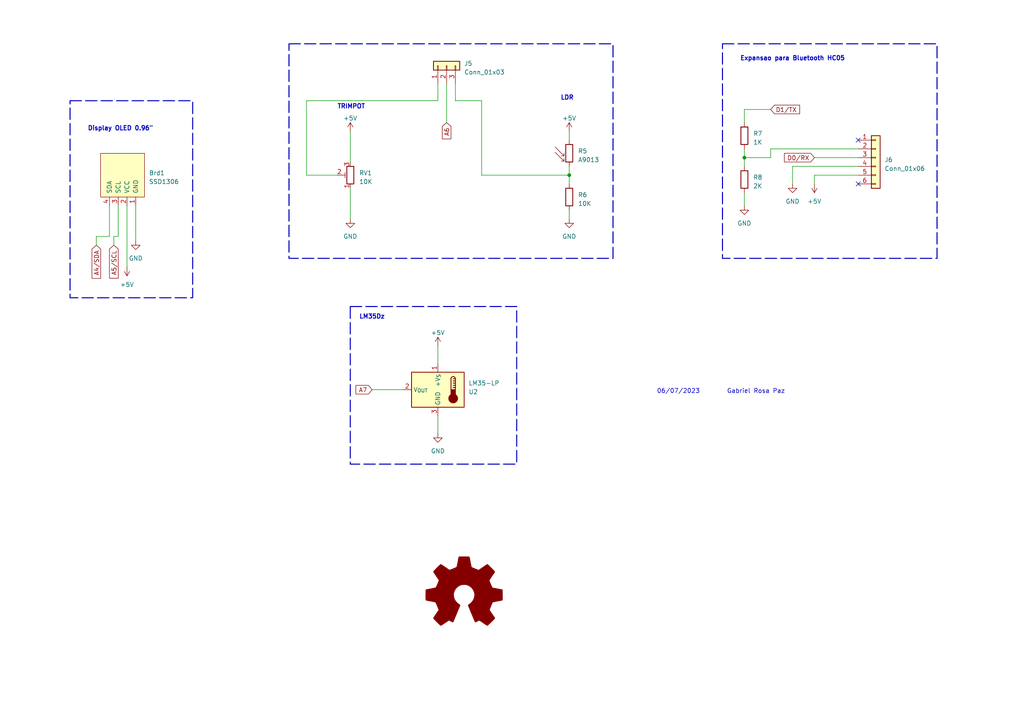
<source format=kicad_sch>
(kicad_sch (version 20230121) (generator eeschema)

  (uuid 136badde-1345-4dc8-af51-55297621f995)

  (paper "A4")

  (title_block
    (title "Projeto Open LabGenios Arduino Nano")
    (date "2023-06-27")
    (rev "V1.0")
    (comment 1 "Gabriel Rosa Paz")
    (comment 3 "Placa para ensino de programação e microcontroladores para jovens e iniciantes")
    (comment 4 "Primeiro detalhamento")
  )

  (lib_symbols
    (symbol "Connector_Generic:Conn_01x03" (pin_names (offset 1.016) hide) (in_bom yes) (on_board yes)
      (property "Reference" "J" (at 0 5.08 0)
        (effects (font (size 1.27 1.27)))
      )
      (property "Value" "Conn_01x03" (at 0 -5.08 0)
        (effects (font (size 1.27 1.27)))
      )
      (property "Footprint" "" (at 0 0 0)
        (effects (font (size 1.27 1.27)) hide)
      )
      (property "Datasheet" "~" (at 0 0 0)
        (effects (font (size 1.27 1.27)) hide)
      )
      (property "ki_keywords" "connector" (at 0 0 0)
        (effects (font (size 1.27 1.27)) hide)
      )
      (property "ki_description" "Generic connector, single row, 01x03, script generated (kicad-library-utils/schlib/autogen/connector/)" (at 0 0 0)
        (effects (font (size 1.27 1.27)) hide)
      )
      (property "ki_fp_filters" "Connector*:*_1x??_*" (at 0 0 0)
        (effects (font (size 1.27 1.27)) hide)
      )
      (symbol "Conn_01x03_1_1"
        (rectangle (start -1.27 -2.413) (end 0 -2.667)
          (stroke (width 0.1524) (type default))
          (fill (type none))
        )
        (rectangle (start -1.27 0.127) (end 0 -0.127)
          (stroke (width 0.1524) (type default))
          (fill (type none))
        )
        (rectangle (start -1.27 2.667) (end 0 2.413)
          (stroke (width 0.1524) (type default))
          (fill (type none))
        )
        (rectangle (start -1.27 3.81) (end 1.27 -3.81)
          (stroke (width 0.254) (type default))
          (fill (type background))
        )
        (pin passive line (at -5.08 2.54 0) (length 3.81)
          (name "Pin_1" (effects (font (size 1.27 1.27))))
          (number "1" (effects (font (size 1.27 1.27))))
        )
        (pin passive line (at -5.08 0 0) (length 3.81)
          (name "Pin_2" (effects (font (size 1.27 1.27))))
          (number "2" (effects (font (size 1.27 1.27))))
        )
        (pin passive line (at -5.08 -2.54 0) (length 3.81)
          (name "Pin_3" (effects (font (size 1.27 1.27))))
          (number "3" (effects (font (size 1.27 1.27))))
        )
      )
    )
    (symbol "Connector_Generic:Conn_01x06" (pin_names (offset 1.016) hide) (in_bom yes) (on_board yes)
      (property "Reference" "J" (at 0 7.62 0)
        (effects (font (size 1.27 1.27)))
      )
      (property "Value" "Conn_01x06" (at 0 -10.16 0)
        (effects (font (size 1.27 1.27)))
      )
      (property "Footprint" "" (at 0 0 0)
        (effects (font (size 1.27 1.27)) hide)
      )
      (property "Datasheet" "~" (at 0 0 0)
        (effects (font (size 1.27 1.27)) hide)
      )
      (property "ki_keywords" "connector" (at 0 0 0)
        (effects (font (size 1.27 1.27)) hide)
      )
      (property "ki_description" "Generic connector, single row, 01x06, script generated (kicad-library-utils/schlib/autogen/connector/)" (at 0 0 0)
        (effects (font (size 1.27 1.27)) hide)
      )
      (property "ki_fp_filters" "Connector*:*_1x??_*" (at 0 0 0)
        (effects (font (size 1.27 1.27)) hide)
      )
      (symbol "Conn_01x06_1_1"
        (rectangle (start -1.27 -7.493) (end 0 -7.747)
          (stroke (width 0.1524) (type default))
          (fill (type none))
        )
        (rectangle (start -1.27 -4.953) (end 0 -5.207)
          (stroke (width 0.1524) (type default))
          (fill (type none))
        )
        (rectangle (start -1.27 -2.413) (end 0 -2.667)
          (stroke (width 0.1524) (type default))
          (fill (type none))
        )
        (rectangle (start -1.27 0.127) (end 0 -0.127)
          (stroke (width 0.1524) (type default))
          (fill (type none))
        )
        (rectangle (start -1.27 2.667) (end 0 2.413)
          (stroke (width 0.1524) (type default))
          (fill (type none))
        )
        (rectangle (start -1.27 5.207) (end 0 4.953)
          (stroke (width 0.1524) (type default))
          (fill (type none))
        )
        (rectangle (start -1.27 6.35) (end 1.27 -8.89)
          (stroke (width 0.254) (type default))
          (fill (type background))
        )
        (pin passive line (at -5.08 5.08 0) (length 3.81)
          (name "Pin_1" (effects (font (size 1.27 1.27))))
          (number "1" (effects (font (size 1.27 1.27))))
        )
        (pin passive line (at -5.08 2.54 0) (length 3.81)
          (name "Pin_2" (effects (font (size 1.27 1.27))))
          (number "2" (effects (font (size 1.27 1.27))))
        )
        (pin passive line (at -5.08 0 0) (length 3.81)
          (name "Pin_3" (effects (font (size 1.27 1.27))))
          (number "3" (effects (font (size 1.27 1.27))))
        )
        (pin passive line (at -5.08 -2.54 0) (length 3.81)
          (name "Pin_4" (effects (font (size 1.27 1.27))))
          (number "4" (effects (font (size 1.27 1.27))))
        )
        (pin passive line (at -5.08 -5.08 0) (length 3.81)
          (name "Pin_5" (effects (font (size 1.27 1.27))))
          (number "5" (effects (font (size 1.27 1.27))))
        )
        (pin passive line (at -5.08 -7.62 0) (length 3.81)
          (name "Pin_6" (effects (font (size 1.27 1.27))))
          (number "6" (effects (font (size 1.27 1.27))))
        )
      )
    )
    (symbol "Device:R" (pin_numbers hide) (pin_names (offset 0)) (in_bom yes) (on_board yes)
      (property "Reference" "R" (at 2.032 0 90)
        (effects (font (size 1.27 1.27)))
      )
      (property "Value" "R" (at 0 0 90)
        (effects (font (size 1.27 1.27)))
      )
      (property "Footprint" "" (at -1.778 0 90)
        (effects (font (size 1.27 1.27)) hide)
      )
      (property "Datasheet" "~" (at 0 0 0)
        (effects (font (size 1.27 1.27)) hide)
      )
      (property "ki_keywords" "R res resistor" (at 0 0 0)
        (effects (font (size 1.27 1.27)) hide)
      )
      (property "ki_description" "Resistor" (at 0 0 0)
        (effects (font (size 1.27 1.27)) hide)
      )
      (property "ki_fp_filters" "R_*" (at 0 0 0)
        (effects (font (size 1.27 1.27)) hide)
      )
      (symbol "R_0_1"
        (rectangle (start -1.016 -2.54) (end 1.016 2.54)
          (stroke (width 0.254) (type default))
          (fill (type none))
        )
      )
      (symbol "R_1_1"
        (pin passive line (at 0 3.81 270) (length 1.27)
          (name "~" (effects (font (size 1.27 1.27))))
          (number "1" (effects (font (size 1.27 1.27))))
        )
        (pin passive line (at 0 -3.81 90) (length 1.27)
          (name "~" (effects (font (size 1.27 1.27))))
          (number "2" (effects (font (size 1.27 1.27))))
        )
      )
    )
    (symbol "Device:R_Potentiometer_Trim" (pin_names (offset 1.016) hide) (in_bom yes) (on_board yes)
      (property "Reference" "RV" (at -4.445 0 90)
        (effects (font (size 1.27 1.27)))
      )
      (property "Value" "R_Potentiometer_Trim" (at -2.54 0 90)
        (effects (font (size 1.27 1.27)))
      )
      (property "Footprint" "" (at 0 0 0)
        (effects (font (size 1.27 1.27)) hide)
      )
      (property "Datasheet" "~" (at 0 0 0)
        (effects (font (size 1.27 1.27)) hide)
      )
      (property "ki_keywords" "resistor variable trimpot trimmer" (at 0 0 0)
        (effects (font (size 1.27 1.27)) hide)
      )
      (property "ki_description" "Trim-potentiometer" (at 0 0 0)
        (effects (font (size 1.27 1.27)) hide)
      )
      (property "ki_fp_filters" "Potentiometer*" (at 0 0 0)
        (effects (font (size 1.27 1.27)) hide)
      )
      (symbol "R_Potentiometer_Trim_0_1"
        (polyline
          (pts
            (xy 1.524 0.762)
            (xy 1.524 -0.762)
          )
          (stroke (width 0) (type default))
          (fill (type none))
        )
        (polyline
          (pts
            (xy 2.54 0)
            (xy 1.524 0)
          )
          (stroke (width 0) (type default))
          (fill (type none))
        )
        (rectangle (start 1.016 2.54) (end -1.016 -2.54)
          (stroke (width 0.254) (type default))
          (fill (type none))
        )
      )
      (symbol "R_Potentiometer_Trim_1_1"
        (pin passive line (at 0 3.81 270) (length 1.27)
          (name "1" (effects (font (size 1.27 1.27))))
          (number "1" (effects (font (size 1.27 1.27))))
        )
        (pin passive line (at 3.81 0 180) (length 1.27)
          (name "2" (effects (font (size 1.27 1.27))))
          (number "2" (effects (font (size 1.27 1.27))))
        )
        (pin passive line (at 0 -3.81 90) (length 1.27)
          (name "3" (effects (font (size 1.27 1.27))))
          (number "3" (effects (font (size 1.27 1.27))))
        )
      )
    )
    (symbol "Graphic:Logo_Open_Hardware_Large" (in_bom no) (on_board no)
      (property "Reference" "#SYM" (at 0 12.7 0)
        (effects (font (size 1.27 1.27)) hide)
      )
      (property "Value" "Logo_Open_Hardware_Large" (at 0 -10.16 0)
        (effects (font (size 1.27 1.27)) hide)
      )
      (property "Footprint" "" (at 0 0 0)
        (effects (font (size 1.27 1.27)) hide)
      )
      (property "Datasheet" "~" (at 0 0 0)
        (effects (font (size 1.27 1.27)) hide)
      )
      (property "Sim.Enable" "0" (at 0 0 0)
        (effects (font (size 1.27 1.27)) hide)
      )
      (property "ki_keywords" "Logo" (at 0 0 0)
        (effects (font (size 1.27 1.27)) hide)
      )
      (property "ki_description" "Open Hardware logo, large" (at 0 0 0)
        (effects (font (size 1.27 1.27)) hide)
      )
      (symbol "Logo_Open_Hardware_Large_1_1"
        (polyline
          (pts
            (xy 6.731 -8.7122)
            (xy 6.6294 -8.6614)
            (xy 6.35 -8.4836)
            (xy 5.9944 -8.255)
            (xy 5.5372 -7.9502)
            (xy 5.1054 -7.6454)
            (xy 4.7498 -7.4168)
            (xy 4.4958 -7.239)
            (xy 4.3942 -7.1882)
            (xy 4.318 -7.2136)
            (xy 4.1148 -7.3152)
            (xy 3.81 -7.4676)
            (xy 3.6322 -7.5692)
            (xy 3.3528 -7.6708)
            (xy 3.2258 -7.6962)
            (xy 3.2004 -7.6708)
            (xy 3.0988 -7.4676)
            (xy 2.9464 -7.0866)
            (xy 2.7178 -6.604)
            (xy 2.4892 -6.0452)
            (xy 2.2352 -5.4356)
            (xy 1.9558 -4.826)
            (xy 1.7272 -4.2164)
            (xy 1.4986 -3.683)
            (xy 1.3208 -3.2512)
            (xy 1.2192 -2.9464)
            (xy 1.1684 -2.8194)
            (xy 1.1938 -2.794)
            (xy 1.3208 -2.667)
            (xy 1.5748 -2.4892)
            (xy 2.0828 -2.0574)
            (xy 2.6162 -1.397)
            (xy 2.921 -0.6604)
            (xy 3.048 0.1524)
            (xy 2.9464 0.9144)
            (xy 2.6416 1.6256)
            (xy 2.1336 2.286)
            (xy 1.524 2.7686)
            (xy 0.8128 3.0734)
            (xy 0 3.175)
            (xy -0.762 3.0988)
            (xy -1.4986 2.794)
            (xy -2.159 2.286)
            (xy -2.4384 1.9812)
            (xy -2.8194 1.3208)
            (xy -3.048 0.6096)
            (xy -3.0734 0.4318)
            (xy -3.0226 -0.3556)
            (xy -2.794 -1.0922)
            (xy -2.3876 -1.7526)
            (xy -1.8288 -2.3114)
            (xy -1.7526 -2.3622)
            (xy -1.4732 -2.5654)
            (xy -1.2954 -2.6924)
            (xy -1.1684 -2.8194)
            (xy -2.159 -5.207)
            (xy -2.3114 -5.588)
            (xy -2.5908 -6.2484)
            (xy -2.8194 -6.8072)
            (xy -3.0226 -7.2644)
            (xy -3.1496 -7.5692)
            (xy -3.2258 -7.6708)
            (xy -3.2258 -7.6962)
            (xy -3.302 -7.6962)
            (xy -3.4798 -7.6454)
            (xy -3.8354 -7.4676)
            (xy -4.0386 -7.366)
            (xy -4.2926 -7.239)
            (xy -4.4196 -7.1882)
            (xy -4.5212 -7.239)
            (xy -4.7498 -7.3914)
            (xy -5.1054 -7.6454)
            (xy -5.5372 -7.9248)
            (xy -5.9436 -8.2042)
            (xy -6.3246 -8.4582)
            (xy -6.604 -8.636)
            (xy -6.731 -8.7122)
            (xy -6.7564 -8.7122)
            (xy -6.858 -8.636)
            (xy -7.0866 -8.4582)
            (xy -7.4168 -8.1534)
            (xy -7.874 -7.6962)
            (xy -7.9502 -7.62)
            (xy -8.3312 -7.239)
            (xy -8.636 -6.9088)
            (xy -8.8392 -6.6802)
            (xy -8.9154 -6.5786)
            (xy -8.9154 -6.5786)
            (xy -8.8392 -6.4516)
            (xy -8.6614 -6.1722)
            (xy -8.4328 -5.7912)
            (xy -8.128 -5.3594)
            (xy -7.3152 -4.191)
            (xy -7.7724 -3.0988)
            (xy -7.8994 -2.7686)
            (xy -8.0772 -2.3622)
            (xy -8.2042 -2.0828)
            (xy -8.255 -1.9558)
            (xy -8.382 -1.905)
            (xy -8.6614 -1.8542)
            (xy -9.0932 -1.7526)
            (xy -9.6266 -1.651)
            (xy -10.1092 -1.5748)
            (xy -10.541 -1.4732)
            (xy -10.8712 -1.4224)
            (xy -11.0236 -1.397)
            (xy -11.049 -1.3716)
            (xy -11.0744 -1.2954)
            (xy -11.0998 -1.143)
            (xy -11.0998 -0.889)
            (xy -11.1252 -0.4572)
            (xy -11.1252 0.1524)
            (xy -11.1252 0.2286)
            (xy -11.0998 0.8128)
            (xy -11.0998 1.27)
            (xy -11.0744 1.5494)
            (xy -11.0744 1.6764)
            (xy -11.0744 1.6764)
            (xy -10.922 1.7018)
            (xy -10.6172 1.778)
            (xy -10.16 1.8542)
            (xy -9.652 1.9558)
            (xy -9.6012 1.9812)
            (xy -9.0932 2.0828)
            (xy -8.636 2.159)
            (xy -8.3312 2.2352)
            (xy -8.2042 2.286)
            (xy -8.1788 2.3114)
            (xy -8.0772 2.5146)
            (xy -7.9248 2.8448)
            (xy -7.747 3.2512)
            (xy -7.5692 3.6576)
            (xy -7.4168 4.0386)
            (xy -7.3152 4.318)
            (xy -7.2898 4.445)
            (xy -7.2898 4.445)
            (xy -7.366 4.572)
            (xy -7.5438 4.826)
            (xy -7.7978 5.207)
            (xy -8.128 5.6642)
            (xy -8.128 5.6896)
            (xy -8.4328 6.1468)
            (xy -8.6868 6.5278)
            (xy -8.8392 6.7818)
            (xy -8.9154 6.9088)
            (xy -8.9154 6.9088)
            (xy -8.8138 7.0358)
            (xy -8.5852 7.2898)
            (xy -8.255 7.6454)
            (xy -7.874 8.0264)
            (xy -7.747 8.1534)
            (xy -7.3152 8.5852)
            (xy -7.0104 8.8646)
            (xy -6.8326 8.9916)
            (xy -6.731 9.0424)
            (xy -6.731 9.0424)
            (xy -6.604 8.9408)
            (xy -6.3246 8.763)
            (xy -5.9436 8.509)
            (xy -5.4864 8.2042)
            (xy -5.461 8.1788)
            (xy -5.0038 7.874)
            (xy -4.6482 7.62)
            (xy -4.3688 7.4422)
            (xy -4.2672 7.3914)
            (xy -4.2418 7.3914)
            (xy -4.064 7.4422)
            (xy -3.7338 7.5438)
            (xy -3.3528 7.6962)
            (xy -2.9464 7.874)
            (xy -2.5654 8.0264)
            (xy -2.286 8.1534)
            (xy -2.159 8.2296)
            (xy -2.159 8.2296)
            (xy -2.1082 8.382)
            (xy -2.032 8.7122)
            (xy -1.9304 9.1694)
            (xy -1.8288 9.7282)
            (xy -1.8034 9.8044)
            (xy -1.7018 10.3378)
            (xy -1.6256 10.7696)
            (xy -1.5748 11.0744)
            (xy -1.524 11.2014)
            (xy -1.4478 11.2268)
            (xy -1.1938 11.2522)
            (xy -0.8128 11.2522)
            (xy -0.3302 11.2522)
            (xy 0.1524 11.2522)
            (xy 0.6604 11.2522)
            (xy 1.0668 11.2268)
            (xy 1.3716 11.2014)
            (xy 1.4986 11.176)
            (xy 1.4986 11.176)
            (xy 1.5494 11.0236)
            (xy 1.6256 10.6934)
            (xy 1.7018 10.2108)
            (xy 1.8288 9.6774)
            (xy 1.8288 9.5758)
            (xy 1.9304 9.0424)
            (xy 2.032 8.6106)
            (xy 2.0828 8.3058)
            (xy 2.1336 8.2042)
            (xy 2.159 8.1788)
            (xy 2.3876 8.0772)
            (xy 2.7432 7.9248)
            (xy 3.175 7.747)
            (xy 4.191 7.3406)
            (xy 5.461 8.2042)
            (xy 5.5626 8.2804)
            (xy 6.0198 8.5852)
            (xy 6.3754 8.8392)
            (xy 6.6294 8.9916)
            (xy 6.7564 9.0424)
            (xy 6.7564 9.0424)
            (xy 6.8834 8.9408)
            (xy 7.1374 8.7122)
            (xy 7.4676 8.382)
            (xy 7.8486 7.9756)
            (xy 8.1534 7.6962)
            (xy 8.4836 7.3406)
            (xy 8.7122 7.112)
            (xy 8.8392 6.9596)
            (xy 8.8646 6.858)
            (xy 8.8646 6.8072)
            (xy 8.7884 6.6802)
            (xy 8.6106 6.4008)
            (xy 8.3312 6.0198)
            (xy 8.0264 5.588)
            (xy 7.7978 5.207)
            (xy 7.5184 4.8006)
            (xy 7.3406 4.4958)
            (xy 7.2898 4.3434)
            (xy 7.2898 4.2926)
            (xy 7.3914 4.0386)
            (xy 7.5184 3.683)
            (xy 7.7216 3.2258)
            (xy 8.1534 2.2352)
            (xy 8.7884 2.1082)
            (xy 9.1948 2.0574)
            (xy 9.7536 1.9304)
            (xy 10.2616 1.8288)
            (xy 11.0998 1.6764)
            (xy 11.1252 -1.3208)
            (xy 10.9982 -1.3716)
            (xy 10.8712 -1.397)
            (xy 10.5664 -1.4732)
            (xy 10.1346 -1.5494)
            (xy 9.6266 -1.651)
            (xy 9.1948 -1.7272)
            (xy 8.7376 -1.8288)
            (xy 8.4328 -1.8796)
            (xy 8.2804 -1.905)
            (xy 8.255 -1.9558)
            (xy 8.1534 -2.159)
            (xy 7.9756 -2.5146)
            (xy 7.8232 -2.921)
            (xy 7.6454 -3.3274)
            (xy 7.493 -3.7338)
            (xy 7.366 -4.0132)
            (xy 7.3406 -4.191)
            (xy 7.3914 -4.2926)
            (xy 7.5692 -4.5466)
            (xy 7.7978 -4.9276)
            (xy 8.1026 -5.3594)
            (xy 8.4074 -5.7912)
            (xy 8.6614 -6.1722)
            (xy 8.8138 -6.4262)
            (xy 8.89 -6.5532)
            (xy 8.8646 -6.6548)
            (xy 8.6868 -6.858)
            (xy 8.3566 -7.1882)
            (xy 7.874 -7.6708)
            (xy 7.7978 -7.747)
            (xy 7.3914 -8.128)
            (xy 7.0612 -8.4328)
            (xy 6.8326 -8.636)
            (xy 6.731 -8.7122)
          )
          (stroke (width 0) (type default))
          (fill (type outline))
        )
      )
    )
    (symbol "SSD1306-128x64_OLED:SSD1306" (pin_names (offset 1.016)) (in_bom yes) (on_board yes)
      (property "Reference" "Brd" (at 0 -3.81 0)
        (effects (font (size 1.27 1.27)))
      )
      (property "Value" "SSD1306" (at 0 -1.27 0)
        (effects (font (size 1.27 1.27)))
      )
      (property "Footprint" "" (at 0 6.35 0)
        (effects (font (size 1.27 1.27)) hide)
      )
      (property "Datasheet" "" (at 0 6.35 0)
        (effects (font (size 1.27 1.27)) hide)
      )
      (property "ki_keywords" "SSD1306" (at 0 0 0)
        (effects (font (size 1.27 1.27)) hide)
      )
      (property "ki_description" "SSD1306 OLED" (at 0 0 0)
        (effects (font (size 1.27 1.27)) hide)
      )
      (property "ki_fp_filters" "SSD1306-128x64_OLED:SSD1306" (at 0 0 0)
        (effects (font (size 1.27 1.27)) hide)
      )
      (symbol "SSD1306_0_1"
        (rectangle (start -6.35 6.35) (end 6.35 -6.35)
          (stroke (width 0) (type solid))
          (fill (type background))
        )
      )
      (symbol "SSD1306_1_1"
        (pin input line (at -3.81 8.89 270) (length 2.54)
          (name "GND" (effects (font (size 1.27 1.27))))
          (number "1" (effects (font (size 1.27 1.27))))
        )
        (pin input line (at -1.27 8.89 270) (length 2.54)
          (name "VCC" (effects (font (size 1.27 1.27))))
          (number "2" (effects (font (size 1.27 1.27))))
        )
        (pin input line (at 1.27 8.89 270) (length 2.54)
          (name "SCL" (effects (font (size 1.27 1.27))))
          (number "3" (effects (font (size 1.27 1.27))))
        )
        (pin input line (at 3.81 8.89 270) (length 2.54)
          (name "SDA" (effects (font (size 1.27 1.27))))
          (number "4" (effects (font (size 1.27 1.27))))
        )
      )
    )
    (symbol "Sensor_Optical:A9013" (pin_numbers hide) (pin_names (offset 0)) (in_bom yes) (on_board yes)
      (property "Reference" "R" (at -5.08 0 90)
        (effects (font (size 1.27 1.27)))
      )
      (property "Value" "A9013" (at 1.905 0 90)
        (effects (font (size 1.27 1.27)) (justify top))
      )
      (property "Footprint" "OptoDevice:R_LDR_5.0x4.1mm_P3mm_Vertical" (at 4.445 0 90)
        (effects (font (size 1.27 1.27)) hide)
      )
      (property "Datasheet" "http://www.produktinfo.conrad.com/datenblaetter/125000-149999/145475-da-01-en-FOTOWIDERSTAND_A_9060_A_9013.pdf" (at 0 -1.27 0)
        (effects (font (size 1.27 1.27)) hide)
      )
      (property "ki_keywords" "light dependent photo resistor LDR" (at 0 0 0)
        (effects (font (size 1.27 1.27)) hide)
      )
      (property "ki_description" "light dependent resistor" (at 0 0 0)
        (effects (font (size 1.27 1.27)) hide)
      )
      (property "ki_fp_filters" "R*LDR*5.0x4.1mm*P3mm*" (at 0 0 0)
        (effects (font (size 1.27 1.27)) hide)
      )
      (symbol "A9013_0_1"
        (rectangle (start -1.016 2.54) (end 1.016 -2.54)
          (stroke (width 0.254) (type default))
          (fill (type none))
        )
        (polyline
          (pts
            (xy -1.524 -2.286)
            (xy -4.064 0.254)
          )
          (stroke (width 0) (type default))
          (fill (type none))
        )
        (polyline
          (pts
            (xy -1.524 -2.286)
            (xy -2.286 -2.286)
          )
          (stroke (width 0) (type default))
          (fill (type none))
        )
        (polyline
          (pts
            (xy -1.524 -2.286)
            (xy -1.524 -1.524)
          )
          (stroke (width 0) (type default))
          (fill (type none))
        )
        (polyline
          (pts
            (xy -1.524 -0.762)
            (xy -4.064 1.778)
          )
          (stroke (width 0) (type default))
          (fill (type none))
        )
        (polyline
          (pts
            (xy -1.524 -0.762)
            (xy -2.286 -0.762)
          )
          (stroke (width 0) (type default))
          (fill (type none))
        )
        (polyline
          (pts
            (xy -1.524 -0.762)
            (xy -1.524 0)
          )
          (stroke (width 0) (type default))
          (fill (type none))
        )
      )
      (symbol "A9013_1_1"
        (pin passive line (at 0 3.81 270) (length 1.27)
          (name "~" (effects (font (size 1.27 1.27))))
          (number "1" (effects (font (size 1.27 1.27))))
        )
        (pin passive line (at 0 -3.81 90) (length 1.27)
          (name "~" (effects (font (size 1.27 1.27))))
          (number "2" (effects (font (size 1.27 1.27))))
        )
      )
    )
    (symbol "Sensor_Temperature:LM35-LP" (in_bom yes) (on_board yes)
      (property "Reference" "U" (at -6.35 6.35 0)
        (effects (font (size 1.27 1.27)))
      )
      (property "Value" "LM35-LP" (at 1.27 6.35 0)
        (effects (font (size 1.27 1.27)) (justify left))
      )
      (property "Footprint" "Package_TO_SOT_THT:TO-92_Inline" (at 1.27 -6.35 0)
        (effects (font (size 1.27 1.27)) (justify left) hide)
      )
      (property "Datasheet" "http://www.ti.com/lit/ds/symlink/lm35.pdf" (at 0 0 0)
        (effects (font (size 1.27 1.27)) hide)
      )
      (property "ki_keywords" "temperature sensor thermistor" (at 0 0 0)
        (effects (font (size 1.27 1.27)) hide)
      )
      (property "ki_description" "Precision centigrade temperature sensor, TO-92" (at 0 0 0)
        (effects (font (size 1.27 1.27)) hide)
      )
      (property "ki_fp_filters" "TO?92*" (at 0 0 0)
        (effects (font (size 1.27 1.27)) hide)
      )
      (symbol "LM35-LP_0_1"
        (rectangle (start -7.62 5.08) (end 7.62 -5.08)
          (stroke (width 0.254) (type default))
          (fill (type background))
        )
        (circle (center -4.445 -2.54) (radius 1.27)
          (stroke (width 0.254) (type default))
          (fill (type outline))
        )
        (rectangle (start -3.81 -1.905) (end -5.08 0)
          (stroke (width 0.254) (type default))
          (fill (type outline))
        )
        (arc (start -3.81 3.175) (mid -4.445 3.8073) (end -5.08 3.175)
          (stroke (width 0.254) (type default))
          (fill (type none))
        )
        (polyline
          (pts
            (xy -5.08 0.635)
            (xy -4.445 0.635)
          )
          (stroke (width 0.254) (type default))
          (fill (type none))
        )
        (polyline
          (pts
            (xy -5.08 1.27)
            (xy -4.445 1.27)
          )
          (stroke (width 0.254) (type default))
          (fill (type none))
        )
        (polyline
          (pts
            (xy -5.08 1.905)
            (xy -4.445 1.905)
          )
          (stroke (width 0.254) (type default))
          (fill (type none))
        )
        (polyline
          (pts
            (xy -5.08 2.54)
            (xy -4.445 2.54)
          )
          (stroke (width 0.254) (type default))
          (fill (type none))
        )
        (polyline
          (pts
            (xy -5.08 3.175)
            (xy -5.08 0)
          )
          (stroke (width 0.254) (type default))
          (fill (type none))
        )
        (polyline
          (pts
            (xy -5.08 3.175)
            (xy -4.445 3.175)
          )
          (stroke (width 0.254) (type default))
          (fill (type none))
        )
        (polyline
          (pts
            (xy -3.81 3.175)
            (xy -3.81 0)
          )
          (stroke (width 0.254) (type default))
          (fill (type none))
        )
      )
      (symbol "LM35-LP_1_1"
        (pin power_in line (at 0 7.62 270) (length 2.54)
          (name "+V_{S}" (effects (font (size 1.27 1.27))))
          (number "1" (effects (font (size 1.27 1.27))))
        )
        (pin output line (at 10.16 0 180) (length 2.54)
          (name "V_{OUT}" (effects (font (size 1.27 1.27))))
          (number "2" (effects (font (size 1.27 1.27))))
        )
        (pin power_in line (at 0 -7.62 90) (length 2.54)
          (name "GND" (effects (font (size 1.27 1.27))))
          (number "3" (effects (font (size 1.27 1.27))))
        )
      )
    )
    (symbol "power:+5V" (power) (pin_names (offset 0)) (in_bom yes) (on_board yes)
      (property "Reference" "#PWR" (at 0 -3.81 0)
        (effects (font (size 1.27 1.27)) hide)
      )
      (property "Value" "+5V" (at 0 3.556 0)
        (effects (font (size 1.27 1.27)))
      )
      (property "Footprint" "" (at 0 0 0)
        (effects (font (size 1.27 1.27)) hide)
      )
      (property "Datasheet" "" (at 0 0 0)
        (effects (font (size 1.27 1.27)) hide)
      )
      (property "ki_keywords" "global power" (at 0 0 0)
        (effects (font (size 1.27 1.27)) hide)
      )
      (property "ki_description" "Power symbol creates a global label with name \"+5V\"" (at 0 0 0)
        (effects (font (size 1.27 1.27)) hide)
      )
      (symbol "+5V_0_1"
        (polyline
          (pts
            (xy -0.762 1.27)
            (xy 0 2.54)
          )
          (stroke (width 0) (type default))
          (fill (type none))
        )
        (polyline
          (pts
            (xy 0 0)
            (xy 0 2.54)
          )
          (stroke (width 0) (type default))
          (fill (type none))
        )
        (polyline
          (pts
            (xy 0 2.54)
            (xy 0.762 1.27)
          )
          (stroke (width 0) (type default))
          (fill (type none))
        )
      )
      (symbol "+5V_1_1"
        (pin power_in line (at 0 0 90) (length 0) hide
          (name "+5V" (effects (font (size 1.27 1.27))))
          (number "1" (effects (font (size 1.27 1.27))))
        )
      )
    )
    (symbol "power:GND" (power) (pin_names (offset 0)) (in_bom yes) (on_board yes)
      (property "Reference" "#PWR" (at 0 -6.35 0)
        (effects (font (size 1.27 1.27)) hide)
      )
      (property "Value" "GND" (at 0 -3.81 0)
        (effects (font (size 1.27 1.27)))
      )
      (property "Footprint" "" (at 0 0 0)
        (effects (font (size 1.27 1.27)) hide)
      )
      (property "Datasheet" "" (at 0 0 0)
        (effects (font (size 1.27 1.27)) hide)
      )
      (property "ki_keywords" "global power" (at 0 0 0)
        (effects (font (size 1.27 1.27)) hide)
      )
      (property "ki_description" "Power symbol creates a global label with name \"GND\" , ground" (at 0 0 0)
        (effects (font (size 1.27 1.27)) hide)
      )
      (symbol "GND_0_1"
        (polyline
          (pts
            (xy 0 0)
            (xy 0 -1.27)
            (xy 1.27 -1.27)
            (xy 0 -2.54)
            (xy -1.27 -1.27)
            (xy 0 -1.27)
          )
          (stroke (width 0) (type default))
          (fill (type none))
        )
      )
      (symbol "GND_1_1"
        (pin power_in line (at 0 0 270) (length 0) hide
          (name "GND" (effects (font (size 1.27 1.27))))
          (number "1" (effects (font (size 1.27 1.27))))
        )
      )
    )
  )

  (junction (at 165.1 50.8) (diameter 0) (color 0 0 0 0)
    (uuid d1aef9ab-879f-4592-99bd-16972c75f103)
  )
  (junction (at 215.9 45.72) (diameter 0) (color 0 0 0 0)
    (uuid d6674d65-a169-4d16-b8e5-aafe53b1d78c)
  )

  (no_connect (at 248.92 40.64) (uuid 4e53e158-8dba-466f-abb9-2785c4f6517c))
  (no_connect (at 248.92 53.34) (uuid fc4f3965-af60-4374-8c1b-ab06b521662c))

  (wire (pts (xy 127 120.65) (xy 127 125.73))
    (stroke (width 0) (type default))
    (uuid 0465bf31-981e-4056-ad0b-df067e2b2f8f)
  )
  (wire (pts (xy 139.7 50.8) (xy 139.7 29.21))
    (stroke (width 0) (type default))
    (uuid 1156645c-692e-458b-9078-868cb2e501f0)
  )
  (wire (pts (xy 215.9 55.88) (xy 215.9 59.69))
    (stroke (width 0) (type default))
    (uuid 141eb8f3-6bfe-46e3-b84d-5bda14b7b670)
  )
  (wire (pts (xy 101.6 38.1) (xy 101.6 46.99))
    (stroke (width 0) (type default))
    (uuid 32210f73-e565-41a2-a1be-488579796841)
  )
  (wire (pts (xy 34.29 68.58) (xy 34.29 59.69))
    (stroke (width 0) (type default))
    (uuid 3235b196-e109-4270-8643-a0cd58518d8b)
  )
  (wire (pts (xy 36.83 59.69) (xy 36.83 77.47))
    (stroke (width 0) (type default))
    (uuid 35fb882d-6646-4952-b404-1090439f8a04)
  )
  (wire (pts (xy 139.7 50.8) (xy 165.1 50.8))
    (stroke (width 0) (type default))
    (uuid 3f49ff08-44e8-410e-a137-7775ed7f5795)
  )
  (wire (pts (xy 27.94 68.58) (xy 31.75 68.58))
    (stroke (width 0) (type default))
    (uuid 4595938f-3d96-4c90-8a9d-06d520fb29d1)
  )
  (wire (pts (xy 223.52 45.72) (xy 215.9 45.72))
    (stroke (width 0) (type default))
    (uuid 4a45b16e-27d3-4de3-93b7-e36d8353f95c)
  )
  (wire (pts (xy 33.02 68.58) (xy 33.02 71.12))
    (stroke (width 0) (type default))
    (uuid 50ddd35a-49ad-4bcf-9cd6-1b6952ae22d0)
  )
  (wire (pts (xy 88.9 50.8) (xy 88.9 29.21))
    (stroke (width 0) (type default))
    (uuid 660cd415-32b0-4504-bf81-8f00d174437d)
  )
  (wire (pts (xy 229.87 53.34) (xy 229.87 48.26))
    (stroke (width 0) (type default))
    (uuid 6f8d1372-e4b6-428d-b483-c4b352b00817)
  )
  (wire (pts (xy 132.08 29.21) (xy 132.08 24.13))
    (stroke (width 0) (type default))
    (uuid 710735c9-0f00-4270-97c5-e53f4050ca7a)
  )
  (wire (pts (xy 127 100.33) (xy 127 105.41))
    (stroke (width 0) (type default))
    (uuid 72e9a30d-7be7-4e43-84f3-21342c284106)
  )
  (wire (pts (xy 31.75 68.58) (xy 31.75 59.69))
    (stroke (width 0) (type default))
    (uuid 7420002c-b4ab-44c5-80d7-9eb85d65e08d)
  )
  (wire (pts (xy 165.1 50.8) (xy 165.1 53.34))
    (stroke (width 0) (type default))
    (uuid 7dc787f2-0ab9-4a93-99b3-e077fde00537)
  )
  (wire (pts (xy 139.7 29.21) (xy 132.08 29.21))
    (stroke (width 0) (type default))
    (uuid 838592dc-1479-4a40-82b7-45711485167d)
  )
  (wire (pts (xy 215.9 43.18) (xy 215.9 45.72))
    (stroke (width 0) (type default))
    (uuid 8a6bdc6e-6498-46e1-a7b7-c280a541d356)
  )
  (wire (pts (xy 101.6 54.61) (xy 101.6 63.5))
    (stroke (width 0) (type default))
    (uuid 99561177-fef5-45c5-8fef-8c31e68f29bf)
  )
  (wire (pts (xy 107.95 113.03) (xy 116.84 113.03))
    (stroke (width 0) (type default))
    (uuid a1b6ffee-e8d1-452e-9438-5950d5257c82)
  )
  (wire (pts (xy 215.9 31.75) (xy 223.52 31.75))
    (stroke (width 0) (type default))
    (uuid a22034b8-ca75-48ab-8878-5a78086b60ea)
  )
  (wire (pts (xy 236.22 50.8) (xy 248.92 50.8))
    (stroke (width 0) (type default))
    (uuid aad14a7b-c0a5-49ef-b637-985114608e8b)
  )
  (wire (pts (xy 236.22 50.8) (xy 236.22 53.34))
    (stroke (width 0) (type default))
    (uuid b9cd7eed-25e0-454f-b405-5146cdf2676a)
  )
  (wire (pts (xy 88.9 50.8) (xy 97.79 50.8))
    (stroke (width 0) (type default))
    (uuid bc002cfb-b8af-4573-8996-7fcee365bae9)
  )
  (wire (pts (xy 88.9 29.21) (xy 127 29.21))
    (stroke (width 0) (type default))
    (uuid bd3cb90d-a33e-4f5b-9fb6-468258e3c139)
  )
  (wire (pts (xy 223.52 43.18) (xy 248.92 43.18))
    (stroke (width 0) (type default))
    (uuid be96ee83-c884-473b-9784-fb2bdee178c6)
  )
  (wire (pts (xy 236.22 45.72) (xy 248.92 45.72))
    (stroke (width 0) (type default))
    (uuid bfd5604b-bfda-4cb3-b570-63eed4468b0b)
  )
  (wire (pts (xy 215.9 35.56) (xy 215.9 31.75))
    (stroke (width 0) (type default))
    (uuid cff739ef-602f-40ff-a3af-96376e4a2660)
  )
  (wire (pts (xy 165.1 60.96) (xy 165.1 63.5))
    (stroke (width 0) (type default))
    (uuid d225598e-d6d5-4f1f-ad57-932699d341da)
  )
  (wire (pts (xy 223.52 43.18) (xy 223.52 45.72))
    (stroke (width 0) (type default))
    (uuid d3b9d9c9-7a30-4835-bc4c-65313c3f907d)
  )
  (wire (pts (xy 165.1 38.1) (xy 165.1 40.64))
    (stroke (width 0) (type default))
    (uuid d8c3dfd2-a38d-48b3-b205-23d13ffde5b1)
  )
  (wire (pts (xy 33.02 68.58) (xy 34.29 68.58))
    (stroke (width 0) (type default))
    (uuid d8dc5c36-0c70-4753-b33b-ba9265817c90)
  )
  (wire (pts (xy 165.1 48.26) (xy 165.1 50.8))
    (stroke (width 0) (type default))
    (uuid e8fae7a9-eb14-456a-9d1a-b10ca818a779)
  )
  (wire (pts (xy 27.94 68.58) (xy 27.94 71.12))
    (stroke (width 0) (type default))
    (uuid ebd46098-daec-44fe-9b8e-a941cb8c7793)
  )
  (wire (pts (xy 215.9 45.72) (xy 215.9 48.26))
    (stroke (width 0) (type default))
    (uuid f475ab04-c4bb-40f1-82df-2b25c6ee3d74)
  )
  (wire (pts (xy 229.87 48.26) (xy 248.92 48.26))
    (stroke (width 0) (type default))
    (uuid f7916118-af82-49b8-bcf4-b2ca3cd135ae)
  )
  (wire (pts (xy 39.37 59.69) (xy 39.37 69.85))
    (stroke (width 0) (type default))
    (uuid f8711529-a9b1-48de-b02d-b4530a524e47)
  )
  (wire (pts (xy 129.54 24.13) (xy 129.54 35.56))
    (stroke (width 0) (type default))
    (uuid faa726e5-8892-4e4c-b87e-e443205731ae)
  )
  (wire (pts (xy 127 29.21) (xy 127 24.13))
    (stroke (width 0) (type default))
    (uuid faa82b3d-8d8f-4bee-9441-ee11c3b72235)
  )

  (rectangle (start 20.32 29.21) (end 55.88 86.36)
    (stroke (width 0.3) (type dash))
    (fill (type none))
    (uuid 0d1d4cde-0c3c-419c-805e-640da8d57d58)
  )
  (rectangle (start 209.55 12.7) (end 271.78 74.93)
    (stroke (width 0.3) (type dash))
    (fill (type none))
    (uuid 3158f09e-7a81-4130-ab25-8a929b7fdb7b)
  )
  (rectangle (start 101.6 88.9) (end 149.86 134.62)
    (stroke (width 0.3) (type dash))
    (fill (type none))
    (uuid 707f553b-33ac-4399-ba37-37f215d688ff)
  )
  (rectangle (start 83.82 12.7) (end 177.8 74.93)
    (stroke (width 0.3) (type dash))
    (fill (type none))
    (uuid ffbcd4fb-0a4a-4ae2-bd62-7e7dbfd2bd01)
  )

  (text "Gabriel Rosa Paz" (at 210.82 114.3 0)
    (effects (font (size 1.27 1.27)) (justify left bottom))
    (uuid 02fa8b94-ab2e-476d-b9f2-18aefef09048)
  )
  (text "LDR" (at 162.56 29.21 0)
    (effects (font (size 1.27 1.27) bold) (justify left bottom))
    (uuid a66b97af-bc32-43d4-af8c-d2b39cb7d92f)
  )
  (text "Display OLED 0.96\"" (at 25.4 38.1 0)
    (effects (font (size 1.27 1.27) (thickness 0.254) bold) (justify left bottom))
    (uuid af96355f-6fcc-4fea-a0f6-badf859edc56)
  )
  (text "06/07/2023" (at 190.5 114.3 0)
    (effects (font (size 1.27 1.27)) (justify left bottom))
    (uuid bc9a78d3-90b2-4651-b971-cf5f3719e716)
  )
  (text "Expansao para Bluetooth HC05" (at 214.63 17.78 0)
    (effects (font (size 1.27 1.27) bold) (justify left bottom))
    (uuid c3d0e3d4-9981-4d10-91a7-6178d9583b12)
  )
  (text "TRIMPOT" (at 97.79 31.75 0)
    (effects (font (size 1.27 1.27) (thickness 0.254) bold) (justify left bottom))
    (uuid e146466a-e412-4eea-9d0b-92772b66aaf4)
  )
  (text "LM35Dz" (at 104.14 92.71 0)
    (effects (font (size 1.27 1.27) bold) (justify left bottom))
    (uuid e4661938-587e-4cba-8216-5fc4ca8624d0)
  )

  (global_label "D0{slash}RX" (shape input) (at 236.22 45.72 180) (fields_autoplaced)
    (effects (font (size 1.27 1.27)) (justify right))
    (uuid 227e12bf-a2cd-4117-9d95-720aedfaeff3)
    (property "Intersheetrefs" "${INTERSHEET_REFS}" (at 227.0247 45.72 0)
      (effects (font (size 1.27 1.27)) (justify right) hide)
    )
  )
  (global_label "A4{slash}SDA" (shape input) (at 27.94 71.12 270) (fields_autoplaced)
    (effects (font (size 1.27 1.27)) (justify right))
    (uuid 2a9307d1-98ca-43dc-b0e8-c3b07215a0bc)
    (property "Intersheetrefs" "${INTERSHEET_REFS}" (at 27.94 81.2225 90)
      (effects (font (size 1.27 1.27)) (justify right) hide)
    )
  )
  (global_label "A6" (shape input) (at 129.54 35.56 270) (fields_autoplaced)
    (effects (font (size 1.27 1.27)) (justify right))
    (uuid 53e09661-704b-42ca-9906-8dc0501e3bef)
    (property "Intersheetrefs" "${INTERSHEET_REFS}" (at 129.54 40.7639 90)
      (effects (font (size 1.27 1.27)) (justify right) hide)
    )
  )
  (global_label "A5{slash}SCL" (shape input) (at 33.02 71.12 270) (fields_autoplaced)
    (effects (font (size 1.27 1.27)) (justify right))
    (uuid 9992d03d-34ab-4ec0-9099-b8ef65338fb8)
    (property "Intersheetrefs" "${INTERSHEET_REFS}" (at 33.02 81.162 90)
      (effects (font (size 1.27 1.27)) (justify right) hide)
    )
  )
  (global_label "A7" (shape input) (at 107.95 113.03 180) (fields_autoplaced)
    (effects (font (size 1.27 1.27)) (justify right))
    (uuid c45717ad-5ab5-4a29-b32b-7c099f6fd996)
    (property "Intersheetrefs" "${INTERSHEET_REFS}" (at 102.7461 113.03 0)
      (effects (font (size 1.27 1.27)) (justify right) hide)
    )
  )
  (global_label "D1{slash}TX" (shape input) (at 223.52 31.75 0) (fields_autoplaced)
    (effects (font (size 1.27 1.27)) (justify left))
    (uuid fdda7913-bdd7-4508-9dfb-8e1c9674d3c4)
    (property "Intersheetrefs" "${INTERSHEET_REFS}" (at 232.4129 31.75 0)
      (effects (font (size 1.27 1.27)) (justify left) hide)
    )
  )

  (symbol (lib_id "Connector_Generic:Conn_01x06") (at 254 45.72 0) (unit 1)
    (in_bom yes) (on_board yes) (dnp no) (fields_autoplaced)
    (uuid 006f8663-5715-4b7c-9e72-99c2c81186c7)
    (property "Reference" "J6" (at 256.54 46.355 0)
      (effects (font (size 1.27 1.27)) (justify left))
    )
    (property "Value" "Conn_01x06" (at 256.54 48.895 0)
      (effects (font (size 1.27 1.27)) (justify left))
    )
    (property "Footprint" "Connector_PinSocket_2.54mm:PinSocket_1x06_P2.54mm_Vertical" (at 254 45.72 0)
      (effects (font (size 1.27 1.27)) hide)
    )
    (property "Datasheet" "~" (at 254 45.72 0)
      (effects (font (size 1.27 1.27)) hide)
    )
    (pin "1" (uuid 71e70e81-c131-4894-b388-b56b40c65e44))
    (pin "2" (uuid d0a8bfc6-be2f-4a18-a826-3f9b2adb4165))
    (pin "3" (uuid 6eff2ae0-5fa7-41ad-85a2-e118bedc4fc7))
    (pin "4" (uuid 896fd343-520e-46fc-806b-17b3eaa47abc))
    (pin "5" (uuid 8e106dc7-24aa-4911-94e6-2f62280ff935))
    (pin "6" (uuid c4b8cc98-3a0d-4bcb-b1b2-75ce6ed2933b))
    (instances
      (project "OpenLabGeniosNano_V1"
        (path "/3e591e0e-5437-4f77-92e2-a0af15396d17/9d633cb2-3519-43c7-a060-26de0e88c6f1"
          (reference "J6") (unit 1)
        )
      )
    )
  )

  (symbol (lib_id "power:GND") (at 39.37 69.85 0) (unit 1)
    (in_bom yes) (on_board yes) (dnp no) (fields_autoplaced)
    (uuid 00d86411-c313-463f-801b-177d4a2c89a3)
    (property "Reference" "#PWR014" (at 39.37 76.2 0)
      (effects (font (size 1.27 1.27)) hide)
    )
    (property "Value" "GND" (at 39.37 74.93 0)
      (effects (font (size 1.27 1.27)))
    )
    (property "Footprint" "" (at 39.37 69.85 0)
      (effects (font (size 1.27 1.27)) hide)
    )
    (property "Datasheet" "" (at 39.37 69.85 0)
      (effects (font (size 1.27 1.27)) hide)
    )
    (pin "1" (uuid 5600f13a-f1ee-4c16-a788-de8906933b3a))
    (instances
      (project "OpenLabGeniosNano_V1"
        (path "/3e591e0e-5437-4f77-92e2-a0af15396d17/9d633cb2-3519-43c7-a060-26de0e88c6f1"
          (reference "#PWR014") (unit 1)
        )
      )
    )
  )

  (symbol (lib_id "power:+5V") (at 127 100.33 0) (unit 1)
    (in_bom yes) (on_board yes) (dnp no) (fields_autoplaced)
    (uuid 073293c4-b2ed-4a99-9db2-5ce2ae5b7e48)
    (property "Reference" "#PWR017" (at 127 104.14 0)
      (effects (font (size 1.27 1.27)) hide)
    )
    (property "Value" "+5V" (at 127 96.52 0)
      (effects (font (size 1.27 1.27)))
    )
    (property "Footprint" "" (at 127 100.33 0)
      (effects (font (size 1.27 1.27)) hide)
    )
    (property "Datasheet" "" (at 127 100.33 0)
      (effects (font (size 1.27 1.27)) hide)
    )
    (pin "1" (uuid 9ccc5734-8d57-4c5e-8f46-ce54f3d86bd8))
    (instances
      (project "OpenLabGeniosNano_V1"
        (path "/3e591e0e-5437-4f77-92e2-a0af15396d17/9d633cb2-3519-43c7-a060-26de0e88c6f1"
          (reference "#PWR017") (unit 1)
        )
      )
    )
  )

  (symbol (lib_id "power:GND") (at 215.9 59.69 0) (unit 1)
    (in_bom yes) (on_board yes) (dnp no) (fields_autoplaced)
    (uuid 0933c650-1531-40c9-98ed-2d1efcfa9468)
    (property "Reference" "#PWR023" (at 215.9 66.04 0)
      (effects (font (size 1.27 1.27)) hide)
    )
    (property "Value" "GND" (at 215.9 64.77 0)
      (effects (font (size 1.27 1.27)))
    )
    (property "Footprint" "" (at 215.9 59.69 0)
      (effects (font (size 1.27 1.27)) hide)
    )
    (property "Datasheet" "" (at 215.9 59.69 0)
      (effects (font (size 1.27 1.27)) hide)
    )
    (pin "1" (uuid fe70b1e2-77c2-42ab-bf3a-6e58fde3ef6b))
    (instances
      (project "OpenLabGeniosNano_V1"
        (path "/3e591e0e-5437-4f77-92e2-a0af15396d17/9d633cb2-3519-43c7-a060-26de0e88c6f1"
          (reference "#PWR023") (unit 1)
        )
      )
    )
  )

  (symbol (lib_id "Device:R_Potentiometer_Trim") (at 101.6 50.8 180) (unit 1)
    (in_bom yes) (on_board yes) (dnp no) (fields_autoplaced)
    (uuid 1d7625ee-6b83-4b2e-94c9-833ba2fb8603)
    (property "Reference" "RV1" (at 104.14 50.165 0)
      (effects (font (size 1.27 1.27)) (justify right))
    )
    (property "Value" "10K" (at 104.14 52.705 0)
      (effects (font (size 1.27 1.27)) (justify right))
    )
    (property "Footprint" "Potentiometer_THT:Potentiometer_Bourns_3386F_Vertical" (at 101.6 50.8 0)
      (effects (font (size 1.27 1.27)) hide)
    )
    (property "Datasheet" "~" (at 101.6 50.8 0)
      (effects (font (size 1.27 1.27)) hide)
    )
    (pin "1" (uuid c6e89a6d-0510-491f-b034-00d6e870f309))
    (pin "2" (uuid a8033736-2f02-4b0c-a65e-34b5bbcce271))
    (pin "3" (uuid 3daf7b61-6eab-41ee-816d-7ca1bdb9d290))
    (instances
      (project "OpenLabGeniosNano_V1"
        (path "/3e591e0e-5437-4f77-92e2-a0af15396d17/9d633cb2-3519-43c7-a060-26de0e88c6f1"
          (reference "RV1") (unit 1)
        )
      )
    )
  )

  (symbol (lib_id "power:GND") (at 165.1 63.5 0) (unit 1)
    (in_bom yes) (on_board yes) (dnp no) (fields_autoplaced)
    (uuid 1f684878-691a-40e4-b2bd-f3072bfedd06)
    (property "Reference" "#PWR020" (at 165.1 69.85 0)
      (effects (font (size 1.27 1.27)) hide)
    )
    (property "Value" "GND" (at 165.1 68.58 0)
      (effects (font (size 1.27 1.27)))
    )
    (property "Footprint" "" (at 165.1 63.5 0)
      (effects (font (size 1.27 1.27)) hide)
    )
    (property "Datasheet" "" (at 165.1 63.5 0)
      (effects (font (size 1.27 1.27)) hide)
    )
    (pin "1" (uuid 288c66c1-1762-4dd8-8367-3ef633c9a4c2))
    (instances
      (project "OpenLabGeniosNano_V1"
        (path "/3e591e0e-5437-4f77-92e2-a0af15396d17/9d633cb2-3519-43c7-a060-26de0e88c6f1"
          (reference "#PWR020") (unit 1)
        )
      )
    )
  )

  (symbol (lib_id "Sensor_Optical:A9013") (at 165.1 44.45 0) (unit 1)
    (in_bom yes) (on_board yes) (dnp no) (fields_autoplaced)
    (uuid 27149f8c-550c-4186-a176-597ff14711ab)
    (property "Reference" "R5" (at 167.64 43.815 0)
      (effects (font (size 1.27 1.27)) (justify left))
    )
    (property "Value" "A9013" (at 167.64 46.355 0)
      (effects (font (size 1.27 1.27)) (justify left))
    )
    (property "Footprint" "OptoDevice:R_LDR_5.1x4.3mm_P3.4mm_Vertical" (at 169.545 44.45 90)
      (effects (font (size 1.27 1.27)) hide)
    )
    (property "Datasheet" "http://www.produktinfo.conrad.com/datenblaetter/125000-149999/145475-da-01-en-FOTOWIDERSTAND_A_9060_A_9013.pdf" (at 165.1 45.72 0)
      (effects (font (size 1.27 1.27)) hide)
    )
    (pin "1" (uuid ae431040-1102-4ccc-b546-94d9859b5eee))
    (pin "2" (uuid 2b28fb89-07a3-4c5b-9a24-47e99b63c766))
    (instances
      (project "OpenLabGeniosNano_V1"
        (path "/3e591e0e-5437-4f77-92e2-a0af15396d17/9d633cb2-3519-43c7-a060-26de0e88c6f1"
          (reference "R5") (unit 1)
        )
      )
    )
  )

  (symbol (lib_id "SSD1306-128x64_OLED:SSD1306") (at 35.56 50.8 180) (unit 1)
    (in_bom yes) (on_board yes) (dnp no) (fields_autoplaced)
    (uuid 5476493b-70dd-4bc2-bc67-6d94dc67f206)
    (property "Reference" "Brd1" (at 43.18 50.165 0)
      (effects (font (size 1.27 1.27)) (justify right))
    )
    (property "Value" "SSD1306" (at 43.18 52.705 0)
      (effects (font (size 1.27 1.27)) (justify right))
    )
    (property "Footprint" "SSD1306:128x64OLED" (at 35.56 57.15 0)
      (effects (font (size 1.27 1.27)) hide)
    )
    (property "Datasheet" "" (at 35.56 57.15 0)
      (effects (font (size 1.27 1.27)) hide)
    )
    (pin "1" (uuid b9144e6f-3e87-448b-b71c-1ef1f1d69f5c))
    (pin "2" (uuid e9c04737-a1c2-4d67-9271-cb45409460b0))
    (pin "3" (uuid d4d22abc-7fd6-47d9-b520-1b0376e2eb47))
    (pin "4" (uuid eebca7b1-af7d-4c12-af2b-2a92cfc5cefe))
    (instances
      (project "OpenLabGeniosNano_V1"
        (path "/3e591e0e-5437-4f77-92e2-a0af15396d17/9d633cb2-3519-43c7-a060-26de0e88c6f1"
          (reference "Brd1") (unit 1)
        )
      )
    )
  )

  (symbol (lib_id "Connector_Generic:Conn_01x03") (at 129.54 19.05 90) (unit 1)
    (in_bom yes) (on_board yes) (dnp no) (fields_autoplaced)
    (uuid 57159a99-2c3d-48d4-a2e4-2c6e91de0cca)
    (property "Reference" "J5" (at 134.62 18.415 90)
      (effects (font (size 1.27 1.27)) (justify right))
    )
    (property "Value" "Conn_01x03" (at 134.62 20.955 90)
      (effects (font (size 1.27 1.27)) (justify right))
    )
    (property "Footprint" "Connector_PinHeader_2.54mm:PinHeader_1x03_P2.54mm_Vertical" (at 129.54 19.05 0)
      (effects (font (size 1.27 1.27)) hide)
    )
    (property "Datasheet" "~" (at 129.54 19.05 0)
      (effects (font (size 1.27 1.27)) hide)
    )
    (pin "1" (uuid 9448272a-a760-4104-b64e-88382b9b6ea5))
    (pin "2" (uuid 97318a53-df3a-49a4-b846-92402c7ade9d))
    (pin "3" (uuid c4c469b9-1ff4-4c1b-908c-fc4f31f62765))
    (instances
      (project "OpenLabGeniosNano_V1"
        (path "/3e591e0e-5437-4f77-92e2-a0af15396d17/9d633cb2-3519-43c7-a060-26de0e88c6f1"
          (reference "J5") (unit 1)
        )
      )
    )
  )

  (symbol (lib_id "Device:R") (at 215.9 52.07 0) (unit 1)
    (in_bom yes) (on_board yes) (dnp no) (fields_autoplaced)
    (uuid 897685fc-6f90-4507-a28a-4960145dcbe1)
    (property "Reference" "R8" (at 218.44 51.435 0)
      (effects (font (size 1.27 1.27)) (justify left))
    )
    (property "Value" "2K" (at 218.44 53.975 0)
      (effects (font (size 1.27 1.27)) (justify left))
    )
    (property "Footprint" "Resistor_THT:R_Axial_DIN0204_L3.6mm_D1.6mm_P5.08mm_Horizontal" (at 214.122 52.07 90)
      (effects (font (size 1.27 1.27)) hide)
    )
    (property "Datasheet" "~" (at 215.9 52.07 0)
      (effects (font (size 1.27 1.27)) hide)
    )
    (pin "1" (uuid e17c1f2f-016e-4245-9d70-db821b107ed0))
    (pin "2" (uuid 583e596e-cd0d-4de3-83e2-3646db4c1d80))
    (instances
      (project "OpenLabGeniosNano_V1"
        (path "/3e591e0e-5437-4f77-92e2-a0af15396d17/9d633cb2-3519-43c7-a060-26de0e88c6f1"
          (reference "R8") (unit 1)
        )
      )
    )
  )

  (symbol (lib_id "power:GND") (at 229.87 53.34 0) (unit 1)
    (in_bom yes) (on_board yes) (dnp no) (fields_autoplaced)
    (uuid 8b7744eb-d7d1-4ac7-a747-472b9b73d5e0)
    (property "Reference" "#PWR021" (at 229.87 59.69 0)
      (effects (font (size 1.27 1.27)) hide)
    )
    (property "Value" "GND" (at 229.87 58.42 0)
      (effects (font (size 1.27 1.27)))
    )
    (property "Footprint" "" (at 229.87 53.34 0)
      (effects (font (size 1.27 1.27)) hide)
    )
    (property "Datasheet" "" (at 229.87 53.34 0)
      (effects (font (size 1.27 1.27)) hide)
    )
    (pin "1" (uuid 014f008e-10fc-4f4c-8490-e0a6f8b02b1a))
    (instances
      (project "OpenLabGeniosNano_V1"
        (path "/3e591e0e-5437-4f77-92e2-a0af15396d17/9d633cb2-3519-43c7-a060-26de0e88c6f1"
          (reference "#PWR021") (unit 1)
        )
      )
    )
  )

  (symbol (lib_id "power:+5V") (at 236.22 53.34 180) (unit 1)
    (in_bom yes) (on_board yes) (dnp no) (fields_autoplaced)
    (uuid 9963782f-dd6f-46d3-976a-c31eb0f0af3c)
    (property "Reference" "#PWR022" (at 236.22 49.53 0)
      (effects (font (size 1.27 1.27)) hide)
    )
    (property "Value" "+5V" (at 236.22 58.42 0)
      (effects (font (size 1.27 1.27)))
    )
    (property "Footprint" "" (at 236.22 53.34 0)
      (effects (font (size 1.27 1.27)) hide)
    )
    (property "Datasheet" "" (at 236.22 53.34 0)
      (effects (font (size 1.27 1.27)) hide)
    )
    (pin "1" (uuid b17bba1b-794b-4e34-a7bb-d025d7978523))
    (instances
      (project "OpenLabGeniosNano_V1"
        (path "/3e591e0e-5437-4f77-92e2-a0af15396d17/9d633cb2-3519-43c7-a060-26de0e88c6f1"
          (reference "#PWR022") (unit 1)
        )
      )
    )
  )

  (symbol (lib_id "power:+5V") (at 165.1 38.1 0) (unit 1)
    (in_bom yes) (on_board yes) (dnp no) (fields_autoplaced)
    (uuid a0d0c144-7fba-4070-9d01-d8c83cbb02d4)
    (property "Reference" "#PWR019" (at 165.1 41.91 0)
      (effects (font (size 1.27 1.27)) hide)
    )
    (property "Value" "+5V" (at 165.1 34.29 0)
      (effects (font (size 1.27 1.27)))
    )
    (property "Footprint" "" (at 165.1 38.1 0)
      (effects (font (size 1.27 1.27)) hide)
    )
    (property "Datasheet" "" (at 165.1 38.1 0)
      (effects (font (size 1.27 1.27)) hide)
    )
    (pin "1" (uuid 7bba2942-15d9-49f7-b831-0c91efbacc69))
    (instances
      (project "OpenLabGeniosNano_V1"
        (path "/3e591e0e-5437-4f77-92e2-a0af15396d17/9d633cb2-3519-43c7-a060-26de0e88c6f1"
          (reference "#PWR019") (unit 1)
        )
      )
    )
  )

  (symbol (lib_id "Graphic:Logo_Open_Hardware_Large") (at 134.62 172.72 0) (unit 1)
    (in_bom no) (on_board no) (dnp no) (fields_autoplaced)
    (uuid b3132c82-a580-46a5-8a84-ecc04744bdbd)
    (property "Reference" "#SYM4" (at 134.62 160.02 0)
      (effects (font (size 1.27 1.27)) hide)
    )
    (property "Value" "Logo_Open_Hardware_Large" (at 134.62 182.88 0)
      (effects (font (size 1.27 1.27)) hide)
    )
    (property "Footprint" "" (at 134.62 172.72 0)
      (effects (font (size 1.27 1.27)) hide)
    )
    (property "Datasheet" "~" (at 134.62 172.72 0)
      (effects (font (size 1.27 1.27)) hide)
    )
    (property "Sim.Enable" "0" (at 134.62 172.72 0)
      (effects (font (size 1.27 1.27)) hide)
    )
    (instances
      (project "OpenLabGeniosNano_V1"
        (path "/3e591e0e-5437-4f77-92e2-a0af15396d17/9d633cb2-3519-43c7-a060-26de0e88c6f1"
          (reference "#SYM4") (unit 1)
        )
      )
    )
  )

  (symbol (lib_id "power:GND") (at 127 125.73 0) (unit 1)
    (in_bom yes) (on_board yes) (dnp no) (fields_autoplaced)
    (uuid c6f498e8-2400-4449-b3ec-6f52f51bac83)
    (property "Reference" "#PWR018" (at 127 132.08 0)
      (effects (font (size 1.27 1.27)) hide)
    )
    (property "Value" "GND" (at 127 130.81 0)
      (effects (font (size 1.27 1.27)))
    )
    (property "Footprint" "" (at 127 125.73 0)
      (effects (font (size 1.27 1.27)) hide)
    )
    (property "Datasheet" "" (at 127 125.73 0)
      (effects (font (size 1.27 1.27)) hide)
    )
    (pin "1" (uuid e04d83a2-e132-4dc0-bbcc-79a3950501be))
    (instances
      (project "OpenLabGeniosNano_V1"
        (path "/3e591e0e-5437-4f77-92e2-a0af15396d17/9d633cb2-3519-43c7-a060-26de0e88c6f1"
          (reference "#PWR018") (unit 1)
        )
      )
    )
  )

  (symbol (lib_id "Device:R") (at 165.1 57.15 0) (unit 1)
    (in_bom yes) (on_board yes) (dnp no) (fields_autoplaced)
    (uuid d4df066d-6112-4274-9567-6f6c76f9dd50)
    (property "Reference" "R6" (at 167.64 56.515 0)
      (effects (font (size 1.27 1.27)) (justify left))
    )
    (property "Value" "10K" (at 167.64 59.055 0)
      (effects (font (size 1.27 1.27)) (justify left))
    )
    (property "Footprint" "Resistor_THT:R_Axial_DIN0204_L3.6mm_D1.6mm_P5.08mm_Horizontal" (at 163.322 57.15 90)
      (effects (font (size 1.27 1.27)) hide)
    )
    (property "Datasheet" "~" (at 165.1 57.15 0)
      (effects (font (size 1.27 1.27)) hide)
    )
    (pin "1" (uuid 5e2018ac-405e-4b79-8798-5052e6137178))
    (pin "2" (uuid 3af257e1-144a-4770-8d32-93c238c0f386))
    (instances
      (project "OpenLabGeniosNano_V1"
        (path "/3e591e0e-5437-4f77-92e2-a0af15396d17/9d633cb2-3519-43c7-a060-26de0e88c6f1"
          (reference "R6") (unit 1)
        )
      )
    )
  )

  (symbol (lib_id "Sensor_Temperature:LM35-LP") (at 127 113.03 0) (mirror y) (unit 1)
    (in_bom yes) (on_board yes) (dnp no)
    (uuid da71e7df-d0d4-4dbc-9609-337451531c9a)
    (property "Reference" "U2" (at 135.89 113.665 0)
      (effects (font (size 1.27 1.27)) (justify right))
    )
    (property "Value" "LM35-LP" (at 135.89 111.125 0)
      (effects (font (size 1.27 1.27)) (justify right))
    )
    (property "Footprint" "Package_TO_SOT_THT:TO-92" (at 125.73 119.38 0)
      (effects (font (size 1.27 1.27)) (justify left) hide)
    )
    (property "Datasheet" "http://www.ti.com/lit/ds/symlink/lm35.pdf" (at 127 113.03 0)
      (effects (font (size 1.27 1.27)) hide)
    )
    (pin "1" (uuid 5e1014f8-aa7c-41db-a4d2-ccd232830f03))
    (pin "2" (uuid 843e5c54-058c-4956-898b-6eb9668a0d19))
    (pin "3" (uuid c24cf3b6-a27f-4fa6-9d00-a77576707cf9))
    (instances
      (project "OpenLabGeniosNano_V1"
        (path "/3e591e0e-5437-4f77-92e2-a0af15396d17/9d633cb2-3519-43c7-a060-26de0e88c6f1"
          (reference "U2") (unit 1)
        )
      )
    )
  )

  (symbol (lib_id "power:GND") (at 101.6 63.5 0) (unit 1)
    (in_bom yes) (on_board yes) (dnp no) (fields_autoplaced)
    (uuid ea119414-3427-4038-90a5-1f942a4bdb40)
    (property "Reference" "#PWR016" (at 101.6 69.85 0)
      (effects (font (size 1.27 1.27)) hide)
    )
    (property "Value" "GND" (at 101.6 68.58 0)
      (effects (font (size 1.27 1.27)))
    )
    (property "Footprint" "" (at 101.6 63.5 0)
      (effects (font (size 1.27 1.27)) hide)
    )
    (property "Datasheet" "" (at 101.6 63.5 0)
      (effects (font (size 1.27 1.27)) hide)
    )
    (pin "1" (uuid 4b9b5f62-bba7-40eb-9e37-8ef8a01d0681))
    (instances
      (project "OpenLabGeniosNano_V1"
        (path "/3e591e0e-5437-4f77-92e2-a0af15396d17/9d633cb2-3519-43c7-a060-26de0e88c6f1"
          (reference "#PWR016") (unit 1)
        )
      )
    )
  )

  (symbol (lib_id "power:+5V") (at 101.6 38.1 0) (unit 1)
    (in_bom yes) (on_board yes) (dnp no) (fields_autoplaced)
    (uuid f00aefdd-d08c-4dfe-8719-88d630c46adc)
    (property "Reference" "#PWR015" (at 101.6 41.91 0)
      (effects (font (size 1.27 1.27)) hide)
    )
    (property "Value" "+5V" (at 101.6 34.29 0)
      (effects (font (size 1.27 1.27)))
    )
    (property "Footprint" "" (at 101.6 38.1 0)
      (effects (font (size 1.27 1.27)) hide)
    )
    (property "Datasheet" "" (at 101.6 38.1 0)
      (effects (font (size 1.27 1.27)) hide)
    )
    (pin "1" (uuid 5d44d38c-7789-4eb7-9e08-ca9255cf32ae))
    (instances
      (project "OpenLabGeniosNano_V1"
        (path "/3e591e0e-5437-4f77-92e2-a0af15396d17/9d633cb2-3519-43c7-a060-26de0e88c6f1"
          (reference "#PWR015") (unit 1)
        )
      )
    )
  )

  (symbol (lib_id "Device:R") (at 215.9 39.37 0) (unit 1)
    (in_bom yes) (on_board yes) (dnp no) (fields_autoplaced)
    (uuid f7465261-00ab-4a83-b826-8586bc5b5eca)
    (property "Reference" "R7" (at 218.44 38.735 0)
      (effects (font (size 1.27 1.27)) (justify left))
    )
    (property "Value" "1K" (at 218.44 41.275 0)
      (effects (font (size 1.27 1.27)) (justify left))
    )
    (property "Footprint" "Resistor_THT:R_Axial_DIN0204_L3.6mm_D1.6mm_P5.08mm_Horizontal" (at 214.122 39.37 90)
      (effects (font (size 1.27 1.27)) hide)
    )
    (property "Datasheet" "~" (at 215.9 39.37 0)
      (effects (font (size 1.27 1.27)) hide)
    )
    (pin "1" (uuid 8b2cfa42-4feb-4c11-953a-b4a4381bde8b))
    (pin "2" (uuid 120c4875-3683-43a6-93e3-9ed6e483b6e8))
    (instances
      (project "OpenLabGeniosNano_V1"
        (path "/3e591e0e-5437-4f77-92e2-a0af15396d17/9d633cb2-3519-43c7-a060-26de0e88c6f1"
          (reference "R7") (unit 1)
        )
      )
    )
  )

  (symbol (lib_id "power:+5V") (at 36.83 77.47 180) (unit 1)
    (in_bom yes) (on_board yes) (dnp no) (fields_autoplaced)
    (uuid ffeba87c-d180-4d3b-b0bd-ffa9b7d4fc32)
    (property "Reference" "#PWR013" (at 36.83 73.66 0)
      (effects (font (size 1.27 1.27)) hide)
    )
    (property "Value" "+5V" (at 36.83 82.55 0)
      (effects (font (size 1.27 1.27)))
    )
    (property "Footprint" "" (at 36.83 77.47 0)
      (effects (font (size 1.27 1.27)) hide)
    )
    (property "Datasheet" "" (at 36.83 77.47 0)
      (effects (font (size 1.27 1.27)) hide)
    )
    (pin "1" (uuid 29449cc5-a533-4fe2-925f-e1bf887f285c))
    (instances
      (project "OpenLabGeniosNano_V1"
        (path "/3e591e0e-5437-4f77-92e2-a0af15396d17/9d633cb2-3519-43c7-a060-26de0e88c6f1"
          (reference "#PWR013") (unit 1)
        )
      )
    )
  )
)

</source>
